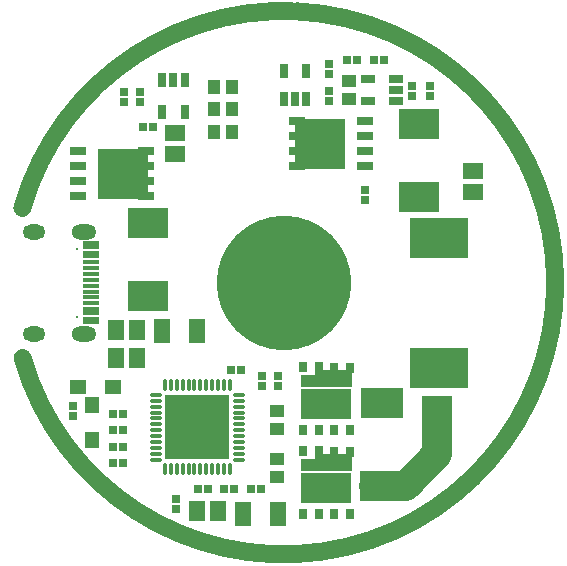
<source format=gbr>
G04 Layer_Color=16711935*
%FSLAX25Y25*%
%MOIN*%
%TF.FileFunction,Soldermask,Bot*%
%TF.Part,Single*%
G01*
G75*
%ADD75R,0.16500X0.17000*%
%TA.AperFunction,SMDPad*%
%ADD79R,0.04461X0.04658*%
%TA.AperFunction,ConnectorPad*%
%ADD80C,0.44882*%
%TA.AperFunction,ViaPad*%
%ADD81R,0.00787X0.00787*%
%TA.AperFunction,ViaPad*%
%ADD82O,0.07487X0.05124*%
%TA.AperFunction,ViaPad*%
%ADD83O,0.08274X0.05124*%
%ADD89C,0.05906*%
%ADD90C,0.10000*%
%ADD91R,0.10000X0.05500*%
%ADD92R,0.14000X0.10000*%
%ADD93R,0.07000X0.10000*%
%TA.AperFunction,SMDPad*%
%ADD94O,0.01142X0.04488*%
%TA.AperFunction,SMDPad*%
%ADD95O,0.04488X0.01142*%
%TA.AperFunction,SMDPad*%
%ADD96R,0.21417X0.21417*%
%TA.AperFunction,SMDPad*%
%ADD97R,0.02802X0.03510*%
%TA.AperFunction,SMDPad*%
%ADD98R,0.02802X0.03195*%
%TA.AperFunction,SMDPad*%
%ADD99R,0.16935X0.09849*%
%TA.AperFunction,SMDPad*%
%ADD100R,0.02795X0.03504*%
%TA.AperFunction,SMDPad*%
%ADD101R,0.04658X0.04461*%
%TA.AperFunction,SMDPad*%
%ADD102R,0.05249X0.07887*%
%TA.AperFunction,SMDPad*%
%ADD103R,0.02762X0.02959*%
%TA.AperFunction,SMDPad*%
%ADD104R,0.05367X0.06587*%
%TA.AperFunction,SMDPad*%
%ADD105R,0.02959X0.02762*%
%TA.AperFunction,SMDPad*%
%ADD106R,0.13398X0.10052*%
%TA.AperFunction,SMDPad*%
%ADD107R,0.05328X0.02572*%
%TA.AperFunction,SMDPad*%
%ADD108R,0.06587X0.05367*%
%TA.AperFunction,SMDPad*%
%ADD109R,0.05721X0.04737*%
%TA.AperFunction,SMDPad*%
%ADD110R,0.04737X0.05721*%
%TA.AperFunction,SMDPad*%
%ADD111R,0.05512X0.01575*%
%TA.AperFunction,SMDPad*%
%ADD112R,0.19501X0.13202*%
%TA.AperFunction,SMDPad*%
%ADD113R,0.04737X0.03162*%
%TA.AperFunction,SMDPad*%
%ADD114R,0.03162X0.04737*%
G36*
X375240Y254162D02*
X375277Y254151D01*
X375311Y254132D01*
X375341Y254108D01*
X375365Y254078D01*
X375384Y254044D01*
X375395Y254006D01*
X375399Y253968D01*
Y251646D01*
X384768D01*
X384806Y251642D01*
X384844Y251631D01*
X384878Y251613D01*
X384908Y251588D01*
X384932Y251558D01*
X384951Y251524D01*
X384962Y251487D01*
X384966Y251448D01*
Y246252D01*
X384962Y246213D01*
X384951Y246176D01*
X384932Y246142D01*
X384908Y246112D01*
X384878Y246087D01*
X384844Y246069D01*
X384806Y246058D01*
X384768Y246054D01*
X368232D01*
X368194Y246058D01*
X368157Y246069D01*
X368123Y246087D01*
X368093Y246112D01*
X368068Y246142D01*
X368050Y246176D01*
X368039Y246213D01*
X368035Y246252D01*
Y249637D01*
X368039Y249676D01*
X368050Y249713D01*
X368068Y249747D01*
X368093Y249777D01*
X368123Y249802D01*
X368157Y249820D01*
X368194Y249831D01*
X368232Y249835D01*
X372602D01*
Y253968D01*
X372605Y254006D01*
X372617Y254044D01*
X372635Y254078D01*
X372659Y254108D01*
X372689Y254132D01*
X372724Y254151D01*
X372761Y254162D01*
X372799Y254166D01*
X375201D01*
X375240Y254162D01*
D02*
G37*
G36*
Y282162D02*
X375277Y282151D01*
X375311Y282132D01*
X375341Y282108D01*
X375365Y282078D01*
X375384Y282044D01*
X375395Y282006D01*
X375399Y281968D01*
Y279646D01*
X384768D01*
X384806Y279643D01*
X384844Y279631D01*
X384878Y279613D01*
X384908Y279588D01*
X384932Y279558D01*
X384951Y279524D01*
X384962Y279487D01*
X384966Y279449D01*
Y274252D01*
X384962Y274213D01*
X384951Y274176D01*
X384932Y274142D01*
X384908Y274112D01*
X384878Y274087D01*
X384844Y274069D01*
X384806Y274058D01*
X384768Y274054D01*
X368232D01*
X368194Y274058D01*
X368157Y274069D01*
X368123Y274087D01*
X368093Y274112D01*
X368068Y274142D01*
X368050Y274176D01*
X368039Y274213D01*
X368035Y274252D01*
Y277637D01*
X368039Y277676D01*
X368050Y277713D01*
X368068Y277747D01*
X368093Y277777D01*
X368123Y277802D01*
X368157Y277820D01*
X368194Y277831D01*
X368232Y277835D01*
X372602D01*
Y281968D01*
X372605Y282006D01*
X372617Y282044D01*
X372635Y282078D01*
X372659Y282108D01*
X372689Y282132D01*
X372724Y282151D01*
X372761Y282162D01*
X372799Y282166D01*
X375201D01*
X375240Y282162D01*
D02*
G37*
D75*
X308750Y345000D02*
D03*
X374250Y355000D02*
D03*
D79*
X345031Y374000D02*
D03*
X338968D02*
D03*
X345031Y366500D02*
D03*
X338968D02*
D03*
X338968Y359000D02*
D03*
X345031D02*
D03*
D80*
X362201Y308701D02*
D03*
D81*
X293441Y320079D02*
D03*
Y297323D02*
D03*
D82*
X279071Y291693D02*
D03*
Y325709D02*
D03*
D83*
X295528D02*
D03*
Y291693D02*
D03*
D89*
X275209Y283561D02*
G03*
X275141Y333603I86991J25140D01*
G01*
D90*
X392500Y241000D02*
X403000D01*
X413500Y251500D01*
Y265500D01*
D91*
Y268250D02*
D03*
D92*
X395000Y268500D02*
D03*
D93*
X391000Y241000D02*
D03*
D94*
X322673Y274476D02*
D03*
X324642D02*
D03*
X326610D02*
D03*
X328579D02*
D03*
X330547D02*
D03*
X332516D02*
D03*
X334484D02*
D03*
X336453D02*
D03*
X338421D02*
D03*
X340390D02*
D03*
X342358D02*
D03*
X344327D02*
D03*
Y246524D02*
D03*
X342358D02*
D03*
X340390D02*
D03*
X338421D02*
D03*
X336453D02*
D03*
X334484D02*
D03*
X332516D02*
D03*
X330547D02*
D03*
X328579D02*
D03*
X326610D02*
D03*
X324642D02*
D03*
X322673D02*
D03*
D95*
X347476Y271327D02*
D03*
Y269358D02*
D03*
Y267390D02*
D03*
Y265421D02*
D03*
Y263453D02*
D03*
Y261484D02*
D03*
Y259516D02*
D03*
Y257547D02*
D03*
Y255579D02*
D03*
Y253610D02*
D03*
Y251642D02*
D03*
Y249673D02*
D03*
X319524D02*
D03*
Y251642D02*
D03*
Y253610D02*
D03*
Y255579D02*
D03*
Y257547D02*
D03*
Y259516D02*
D03*
Y261484D02*
D03*
Y263453D02*
D03*
Y265421D02*
D03*
Y267390D02*
D03*
Y269358D02*
D03*
Y271327D02*
D03*
D96*
X333500Y260500D02*
D03*
D97*
X378993Y280413D02*
D03*
X384295D02*
D03*
X378993Y252413D02*
D03*
X384295D02*
D03*
D98*
X368705Y280571D02*
D03*
Y259430D02*
D03*
X373990D02*
D03*
X378990D02*
D03*
X384295D02*
D03*
X368705Y252571D02*
D03*
Y231430D02*
D03*
X373990D02*
D03*
X378990D02*
D03*
X384295D02*
D03*
D99*
X376490Y268406D02*
D03*
Y240406D02*
D03*
D100*
X374000Y280413D02*
D03*
Y252413D02*
D03*
D101*
X360000Y266032D02*
D03*
Y259968D02*
D03*
Y243969D02*
D03*
Y250031D02*
D03*
X384000Y376031D02*
D03*
Y369969D02*
D03*
D102*
X360366Y231500D02*
D03*
X348634D02*
D03*
X321634Y292500D02*
D03*
X333366D02*
D03*
D103*
X342327Y240000D02*
D03*
X345673D02*
D03*
X351327D02*
D03*
X354673D02*
D03*
X337173Y240000D02*
D03*
X333827D02*
D03*
X308673Y259500D02*
D03*
X305327D02*
D03*
X308673Y254000D02*
D03*
X305327D02*
D03*
X308673Y265000D02*
D03*
X305327D02*
D03*
X308673Y248500D02*
D03*
X305327D02*
D03*
X344827Y279500D02*
D03*
X348173D02*
D03*
X395673Y383000D02*
D03*
X392327D02*
D03*
X386673D02*
D03*
X383327D02*
D03*
X318673Y360500D02*
D03*
X315327D02*
D03*
D104*
X333496Y232500D02*
D03*
X340504D02*
D03*
X313504Y293000D02*
D03*
X306496D02*
D03*
X313504Y283500D02*
D03*
X306496D02*
D03*
D105*
X355000Y277673D02*
D03*
Y274327D02*
D03*
X360500Y274327D02*
D03*
Y277673D02*
D03*
X326500Y236673D02*
D03*
Y233327D02*
D03*
X389500Y339673D02*
D03*
Y336327D02*
D03*
X309000Y368827D02*
D03*
Y372173D02*
D03*
X292000Y267682D02*
D03*
Y264336D02*
D03*
X411000Y374173D02*
D03*
Y370827D02*
D03*
X405000Y374173D02*
D03*
Y370827D02*
D03*
X377500Y372673D02*
D03*
Y369327D02*
D03*
X377500Y378327D02*
D03*
Y381673D02*
D03*
X314500Y372173D02*
D03*
Y368827D02*
D03*
D106*
X317000Y304394D02*
D03*
Y328606D02*
D03*
X407500Y337394D02*
D03*
Y361606D02*
D03*
D107*
X316260Y352500D02*
D03*
Y347500D02*
D03*
Y342500D02*
D03*
Y337500D02*
D03*
X293740Y352500D02*
D03*
Y347500D02*
D03*
Y342500D02*
D03*
Y337500D02*
D03*
X366740Y347500D02*
D03*
Y352500D02*
D03*
Y357500D02*
D03*
Y362500D02*
D03*
X389260Y347500D02*
D03*
Y352500D02*
D03*
Y357500D02*
D03*
Y362500D02*
D03*
D108*
X425500Y346004D02*
D03*
Y338996D02*
D03*
X326000Y351496D02*
D03*
Y358504D02*
D03*
D109*
X293693Y274000D02*
D03*
X305307D02*
D03*
D110*
X298500Y256193D02*
D03*
Y267807D02*
D03*
D111*
X298087Y295512D02*
D03*
Y296693D02*
D03*
Y298662D02*
D03*
X298087Y299843D02*
D03*
X298087Y301811D02*
D03*
Y303780D02*
D03*
Y305748D02*
D03*
Y307717D02*
D03*
Y309685D02*
D03*
Y311654D02*
D03*
Y315591D02*
D03*
X298086Y317559D02*
D03*
Y318741D02*
D03*
X298087Y320709D02*
D03*
Y321890D02*
D03*
Y313621D02*
D03*
D112*
X414000Y280346D02*
D03*
Y323654D02*
D03*
D113*
X399724Y376740D02*
D03*
Y373000D02*
D03*
Y369260D02*
D03*
X390276D02*
D03*
Y376740D02*
D03*
D114*
X321760Y365587D02*
D03*
X329240D02*
D03*
Y376413D02*
D03*
X325500D02*
D03*
X321760D02*
D03*
X369740Y369776D02*
D03*
X366000D02*
D03*
X362260D02*
D03*
Y379224D02*
D03*
X369740D02*
D03*
%TF.MD5,0C7A00C395625FFB4D327EF335257DF3*%
M02*

</source>
